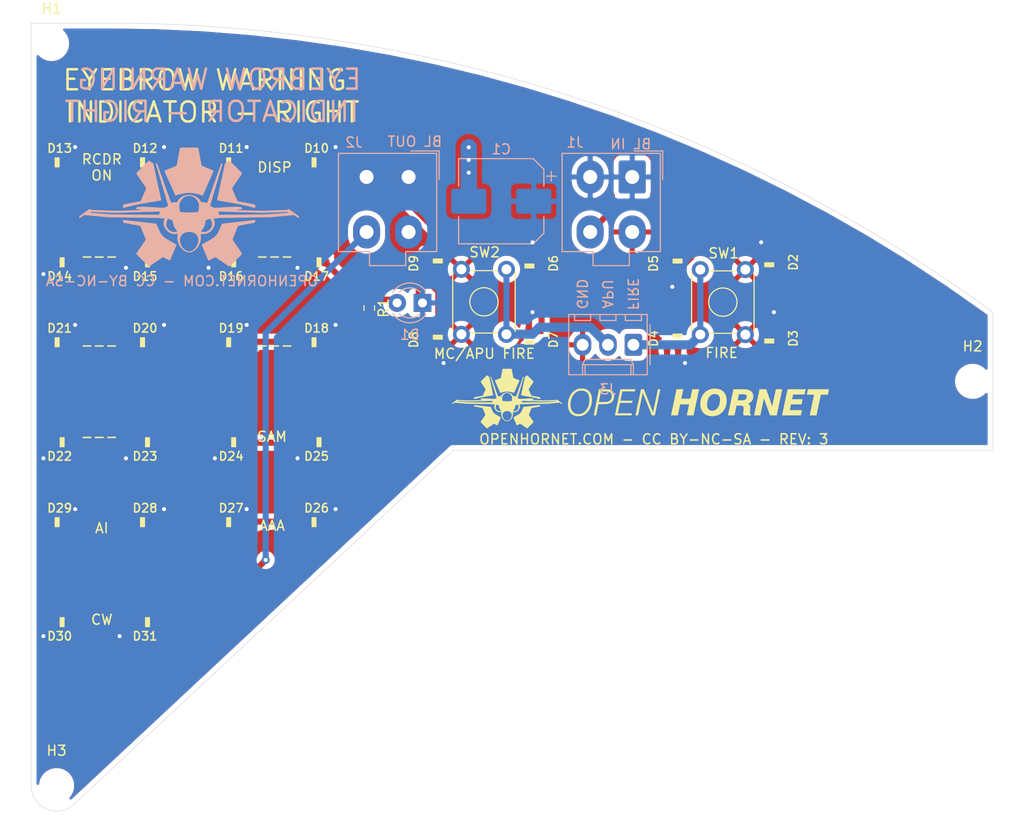
<source format=kicad_pcb>
(kicad_pcb (version 20171130) (host pcbnew "(5.1.9)-1")
  (layers (0 F.Cu signal) (31 B.Cu signal) (34 B.Paste user) (35 F.Paste user) (36 B.SilkS user) (37 F.SilkS user) (38 B.Mask user) (39 F.Mask user) (44 Edge.Cuts user))
  (net 0 "")
  (net 1 GND)
  (net 2 +5V)
  (net 3 "Net-(D1-Pad2)")
  (net 4 /DIN)
  (net 5 "Net-(D2-Pad1)")
  (net 6 "Net-(D3-Pad1)")
  (net 7 "Net-(D4-Pad1)")
  (net 8 "Net-(D5-Pad1)")
  (net 9 "Net-(D6-Pad1)")
  (net 10 "Net-(D7-Pad1)")
  (net 11 "Net-(D8-Pad1)")
  (net 12 /DOUT1)
  (net 13 "Net-(D10-Pad1)")
  (net 14 "Net-(D11-Pad1)")
  (net 15 "Net-(D12-Pad1)")
  (net 16 "Net-(D13-Pad1)")
  (net 17 "Net-(D14-Pad1)")
  (net 18 "Net-(D15-Pad1)")
  (net 19 "Net-(D16-Pad1)")
  (net 20 /DOUT2)
  (net 21 "Net-(D18-Pad1)")
  (net 22 "Net-(D19-Pad1)")
  (net 23 "Net-(D20-Pad1)")
  (net 24 "Net-(D21-Pad1)")
  (net 25 "Net-(D22-Pad1)")
  (net 26 "Net-(D23-Pad1)")
  (net 27 "Net-(D24-Pad1)")
  (net 28 /DOUT3)
  (net 29 "Net-(D26-Pad1)")
  (net 30 "Net-(D27-Pad1)")
  (net 31 "Net-(D28-Pad1)")
  (net 32 "Net-(D29-Pad1)")
  (net 33 "Net-(D30-Pad1)")
  (net 34 /DOUT)
  (net 35 /MC_SW)
  (net 36 /FIRE_SW)
  (module Button_Switch_THT:SW_TH_Tactile_Omron_B3F-10xx (layer F.Cu) (at 148.842849 82.075596 270)
    (fp_text reference SW2 (at -1.7018 2.1844 180) (layer F.SilkS))
    (fp_text value "MC/APU FIRE" (at 8.4328 2.2098 180) (layer F.SilkS))
    (pad 1 thru_hole circle (at 0 0 270) (size 1.7 1.7) (drill 1) (layers *.Cu *.Mask) (net 35 /MC_SW))
    (pad 2 thru_hole circle (at 6.5 0 270) (size 1.7 1.7) (drill 1) (layers *.Cu *.Mask) (net 35 /MC_SW))
    (pad 3 thru_hole circle (at 0 4.5 270) (size 1.7 1.7) (drill 1) (layers *.Cu *.Mask) (net 1 GND))
    (pad 4 thru_hole circle (at 6.5 4.5 270) (size 1.7 1.7) (drill 1) (layers *.Cu *.Mask) (net 1 GND))
  )
  (module Button_Switch_THT:SW_TH_Tactile_Omron_B3F-10xx (layer F.Cu) (at 168.223049 88.603396 90)
    (fp_text reference SW1 (at 8.128 2.3368 180) (layer F.SilkS))
    (fp_text value FIRE (at -1.8288 2.1336 180) (layer F.SilkS))
    (pad 1 thru_hole circle (at 0 0 90) (size 1.7 1.7) (drill 1) (layers *.Cu *.Mask) (net 36 /FIRE_SW))
    (pad 2 thru_hole circle (at 6.5 0 90) (size 1.7 1.7) (drill 1) (layers *.Cu *.Mask) (net 36 /FIRE_SW))
    (pad 3 thru_hole circle (at 0 4.5 90) (size 1.7 1.7) (drill 1) (layers *.Cu *.Mask) (net 1 GND))
    (pad 4 thru_hole circle (at 6.5 4.5 90) (size 1.7 1.7) (drill 1) (layers *.Cu *.Mask) (net 1 GND))
  )
  (module "KiCAD Libraries:OH_LOGO_37.7mm_5.9mm" (layer F.Cu) (at 162.242499 94.998797)
    (fp_text reference G*** hide)
    (fp_text value LOGO hide)
  )
  (module "KiCAD Libraries:OH_LOGO_ONLY_22mm_12mm" (layer B.Cu) (at 117.157499 75.948797 180)
    (fp_text reference G*** hide)
    (fp_text value LOGO hide)
  )
  (module Resistor_SMD:R_0603_1608Metric (layer F.Cu) (at 135.12905 85.937195 270)
    (fp_text reference R1 (at 0 -1.43 90) (layer F.SilkS))
    (fp_text value R)
    (pad 2 smd roundrect (at 0.825 0 270) (size 0.8 0.95) (layers F.Cu F.Paste F.Mask) (net 1 GND))
    (pad 1 smd roundrect (at -0.825 0 270) (size 0.8 0.95) (layers F.Cu F.Paste F.Mask) (net 3 "Net-(D1-Pad2)"))
  )
  (module Connector_Molex:Molex_KK-254_AE-6410-03A_1x03_P2.54mm_Vertical (layer B.Cu) (at 161.5313 89.623143 180)
    (fp_text reference J3 (at 2.54 -4.445) (layer B.SilkS) (effects (justify mirror)))
    (fp_text value SW)
    (pad 3 thru_hole oval (at 5.08 0 180) (size 1.74 2.19) (drill 1.19) (layers *.Cu *.Mask) (net 1 GND))
    (pad 2 thru_hole oval (at 2.54 0 180) (size 1.74 2.19) (drill 1.19) (layers *.Cu *.Mask) (net 35 /MC_SW))
    (pad 1 thru_hole roundrect (at 0 0 180) (size 1.74 2.19) (drill 1.19) (layers *.Cu *.Mask) (roundrect_rratio 0.1436775862068966) (net 36 /FIRE_SW))
  )
  (module Connector_Molex:Molex_Mini-Fit_Jr_5566-04A_2x02_P4.20mm_Vertical (layer B.Cu) (at 139.0613 72.844144 180)
    (fp_text reference J2 (at 5.47 3.45) (layer B.SilkS) (effects (justify mirror)))
    (fp_text value "BL OUT" (at -0.626 3.541001) (layer B.SilkS) (effects (justify mirror)))
    (pad 4 thru_hole oval (at 4.2 -5.5 180) (size 2.7 3.3) (drill 1.4) (layers *.Cu *.Mask) (net 34 /DOUT))
    (pad 3 thru_hole oval (at 0 -5.5 180) (size 2.7 3.3) (drill 1.4) (layers *.Cu *.Mask) (net 1 GND))
    (pad 2 thru_hole oval (at 4.2 0 180) (size 2.7 3.3) (drill 1.4) (layers *.Cu *.Mask) (net 2 +5V))
    (pad 1 thru_hole roundrect (at 0 0 180) (size 2.7 3.3) (drill 1.4) (layers *.Cu *.Mask) (roundrect_rratio 0.09259296296296296) (net 2 +5V))
  )
  (module Connector_Molex:Molex_Mini-Fit_Jr_5566-04A_2x02_P4.20mm_Vertical (layer B.Cu) (at 161.4133 72.844144 180)
    (fp_text reference J1 (at 5.724 3.45) (layer B.SilkS) (effects (justify mirror)))
    (fp_text value "BL IN" (at 0.136 3.287001) (layer B.SilkS) (effects (justify mirror)))
    (pad 4 thru_hole oval (at 4.2 -5.5 180) (size 2.7 3.3) (drill 1.4) (layers *.Cu *.Mask) (net 4 /DIN))
    (pad 3 thru_hole oval (at 0 -5.5 180) (size 2.7 3.3) (drill 1.4) (layers *.Cu *.Mask) (net 1 GND))
    (pad 2 thru_hole oval (at 4.2 0 180) (size 2.7 3.3) (drill 1.4) (layers *.Cu *.Mask) (net 2 +5V))
    (pad 1 thru_hole roundrect (at 0 0 180) (size 2.7 3.3) (drill 1.4) (layers *.Cu *.Mask) (roundrect_rratio 0.09259296296296296) (net 2 +5V))
  )
  (module MountingHole:MountingHole_2.5mm (layer F.Cu) (at 103.873299 133.692144)
    (fp_text reference H3 (at 0 -3.5) (layer F.SilkS))
    (fp_text value MountingHole)
    (pad 1 np_thru_hole circle (at 0 0) (size 2.5 2.5) (drill 2.5) (layers *.Cu *.Mask))
  )
  (module MountingHole:MountingHole_2.5mm (layer F.Cu) (at 195.440298 93.273658)
    (fp_text reference H2 (at 0 -3.5) (layer F.SilkS))
    (fp_text value MountingHole)
    (pad 1 np_thru_hole circle (at 0 0) (size 2.5 2.5) (drill 2.5) (layers *.Cu *.Mask))
  )
  (module MountingHole:MountingHole_2.5mm (layer F.Cu) (at 103.365299 59.502298)
    (fp_text reference H1 (at 0 -3.5) (layer F.SilkS))
    (fp_text value MountingHole)
    (pad 1 np_thru_hole circle (at 0 0) (size 2.5 2.5) (drill 2.5) (layers *.Cu *.Mask))
  )
  (module KiCAD_Libraries:WS2812-2020 (layer F.Cu) (at 112.712499 116.842797)
    (fp_text reference D31 (at 0 1.905) (layer F.SilkS) (effects (font (size 0.85 0.85))))
    (fp_text value LED hide)
    (pad 4 smd rect (at -0.915 0.55) (size 0.7 0.7) (layers F.Cu F.Paste F.Mask) (net 2 +5V))
    (pad 3 smd rect (at -0.915 -0.55) (size 0.7 0.7) (layers F.Cu F.Paste F.Mask) (net 33 "Net-(D30-Pad1)"))
    (pad 2 smd rect (at 0.915 -0.55) (size 0.7 0.7) (layers F.Cu F.Paste F.Mask) (net 1 GND))
    (pad 1 smd rect (at 0.915 0.55) (size 0.7 0.7) (layers F.Cu F.Paste F.Mask) (net 34 /DOUT))
  )
  (module KiCAD_Libraries:WS2812-2020 (layer F.Cu) (at 104.178099 116.842797)
    (fp_text reference D30 (at 0 1.905) (layer F.SilkS) (effects (font (size 0.85 0.85))))
    (fp_text value LED hide)
    (pad 4 smd rect (at -0.915 0.55) (size 0.7 0.7) (layers F.Cu F.Paste F.Mask) (net 2 +5V))
    (pad 3 smd rect (at -0.915 -0.55) (size 0.7 0.7) (layers F.Cu F.Paste F.Mask) (net 32 "Net-(D29-Pad1)"))
    (pad 2 smd rect (at 0.915 -0.55) (size 0.7 0.7) (layers F.Cu F.Paste F.Mask) (net 1 GND))
    (pad 1 smd rect (at 0.915 0.55) (size 0.7 0.7) (layers F.Cu F.Paste F.Mask) (net 33 "Net-(D30-Pad1)"))
  )
  (module KiCAD_Libraries:WS2812-2020 (layer F.Cu) (at 104.178099 107.851197 180)
    (fp_text reference D29 (at 0 1.905) (layer F.SilkS) (effects (font (size 0.85 0.85))))
    (fp_text value LED hide)
    (pad 4 smd rect (at -0.915 0.55 180) (size 0.7 0.7) (layers F.Cu F.Paste F.Mask) (net 2 +5V))
    (pad 3 smd rect (at -0.915 -0.55 180) (size 0.7 0.7) (layers F.Cu F.Paste F.Mask) (net 31 "Net-(D28-Pad1)"))
    (pad 2 smd rect (at 0.915 -0.55 180) (size 0.7 0.7) (layers F.Cu F.Paste F.Mask) (net 1 GND))
    (pad 1 smd rect (at 0.915 0.55 180) (size 0.7 0.7) (layers F.Cu F.Paste F.Mask) (net 32 "Net-(D29-Pad1)"))
  )
  (module KiCAD_Libraries:WS2812-2020 (layer F.Cu) (at 112.712499 107.851197 180)
    (fp_text reference D28 (at 0 1.905) (layer F.SilkS) (effects (font (size 0.85 0.85))))
    (fp_text value LED hide)
    (pad 4 smd rect (at -0.915 0.55 180) (size 0.7 0.7) (layers F.Cu F.Paste F.Mask) (net 2 +5V))
    (pad 3 smd rect (at -0.915 -0.55 180) (size 0.7 0.7) (layers F.Cu F.Paste F.Mask) (net 30 "Net-(D27-Pad1)"))
    (pad 2 smd rect (at 0.915 -0.55 180) (size 0.7 0.7) (layers F.Cu F.Paste F.Mask) (net 1 GND))
    (pad 1 smd rect (at 0.915 0.55 180) (size 0.7 0.7) (layers F.Cu F.Paste F.Mask) (net 31 "Net-(D28-Pad1)"))
  )
  (module KiCAD_Libraries:WS2812-2020 (layer F.Cu) (at 121.323099 107.851197 180)
    (fp_text reference D27 (at 0 1.905) (layer F.SilkS) (effects (font (size 0.85 0.85))))
    (fp_text value LED hide)
    (pad 4 smd rect (at -0.915 0.55 180) (size 0.7 0.7) (layers F.Cu F.Paste F.Mask) (net 2 +5V))
    (pad 3 smd rect (at -0.915 -0.55 180) (size 0.7 0.7) (layers F.Cu F.Paste F.Mask) (net 29 "Net-(D26-Pad1)"))
    (pad 2 smd rect (at 0.915 -0.55 180) (size 0.7 0.7) (layers F.Cu F.Paste F.Mask) (net 1 GND))
    (pad 1 smd rect (at 0.915 0.55 180) (size 0.7 0.7) (layers F.Cu F.Paste F.Mask) (net 30 "Net-(D27-Pad1)"))
  )
  (module KiCAD_Libraries:WS2812-2020 (layer F.Cu) (at 129.857499 107.851197 180)
    (fp_text reference D26 (at 0 1.905) (layer F.SilkS) (effects (font (size 0.85 0.85))))
    (fp_text value LED hide)
    (pad 4 smd rect (at -0.915 0.55 180) (size 0.7 0.7) (layers F.Cu F.Paste F.Mask) (net 2 +5V))
    (pad 3 smd rect (at -0.915 -0.55 180) (size 0.7 0.7) (layers F.Cu F.Paste F.Mask) (net 28 /DOUT3))
    (pad 2 smd rect (at 0.915 -0.55 180) (size 0.7 0.7) (layers F.Cu F.Paste F.Mask) (net 1 GND))
    (pad 1 smd rect (at 0.915 0.55 180) (size 0.7 0.7) (layers F.Cu F.Paste F.Mask) (net 29 "Net-(D26-Pad1)"))
  )
  (module KiCAD_Libraries:WS2812-2020 (layer F.Cu) (at 129.857499 98.859597)
    (fp_text reference D25 (at 0 1.905) (layer F.SilkS) (effects (font (size 0.85 0.85))))
    (fp_text value LED hide)
    (pad 4 smd rect (at -0.915 0.55) (size 0.7 0.7) (layers F.Cu F.Paste F.Mask) (net 2 +5V))
    (pad 3 smd rect (at -0.915 -0.55) (size 0.7 0.7) (layers F.Cu F.Paste F.Mask) (net 27 "Net-(D24-Pad1)"))
    (pad 2 smd rect (at 0.915 -0.55) (size 0.7 0.7) (layers F.Cu F.Paste F.Mask) (net 1 GND))
    (pad 1 smd rect (at 0.915 0.55) (size 0.7 0.7) (layers F.Cu F.Paste F.Mask) (net 28 /DOUT3))
  )
  (module KiCAD_Libraries:WS2812-2020 (layer F.Cu) (at 121.323099 98.859597)
    (fp_text reference D24 (at 0 1.905) (layer F.SilkS) (effects (font (size 0.85 0.85))))
    (fp_text value LED hide)
    (pad 4 smd rect (at -0.915 0.55) (size 0.7 0.7) (layers F.Cu F.Paste F.Mask) (net 2 +5V))
    (pad 3 smd rect (at -0.915 -0.55) (size 0.7 0.7) (layers F.Cu F.Paste F.Mask) (net 26 "Net-(D23-Pad1)"))
    (pad 2 smd rect (at 0.915 -0.55) (size 0.7 0.7) (layers F.Cu F.Paste F.Mask) (net 1 GND))
    (pad 1 smd rect (at 0.915 0.55) (size 0.7 0.7) (layers F.Cu F.Paste F.Mask) (net 27 "Net-(D24-Pad1)"))
  )
  (module KiCAD_Libraries:WS2812-2020 (layer F.Cu) (at 112.712499 98.859597)
    (fp_text reference D23 (at 0 1.905) (layer F.SilkS) (effects (font (size 0.85 0.85))))
    (fp_text value LED hide)
    (pad 4 smd rect (at -0.915 0.55) (size 0.7 0.7) (layers F.Cu F.Paste F.Mask) (net 2 +5V))
    (pad 3 smd rect (at -0.915 -0.55) (size 0.7 0.7) (layers F.Cu F.Paste F.Mask) (net 25 "Net-(D22-Pad1)"))
    (pad 2 smd rect (at 0.915 -0.55) (size 0.7 0.7) (layers F.Cu F.Paste F.Mask) (net 1 GND))
    (pad 1 smd rect (at 0.915 0.55) (size 0.7 0.7) (layers F.Cu F.Paste F.Mask) (net 26 "Net-(D23-Pad1)"))
  )
  (module KiCAD_Libraries:WS2812-2020 (layer F.Cu) (at 104.178099 98.859597)
    (fp_text reference D22 (at 0 1.905) (layer F.SilkS) (effects (font (size 0.85 0.85))))
    (fp_text value LED hide)
    (pad 4 smd rect (at -0.915 0.55) (size 0.7 0.7) (layers F.Cu F.Paste F.Mask) (net 2 +5V))
    (pad 3 smd rect (at -0.915 -0.55) (size 0.7 0.7) (layers F.Cu F.Paste F.Mask) (net 24 "Net-(D21-Pad1)"))
    (pad 2 smd rect (at 0.915 -0.55) (size 0.7 0.7) (layers F.Cu F.Paste F.Mask) (net 1 GND))
    (pad 1 smd rect (at 0.915 0.55) (size 0.7 0.7) (layers F.Cu F.Paste F.Mask) (net 25 "Net-(D22-Pad1)"))
  )
  (module KiCAD_Libraries:WS2812-2020 (layer F.Cu) (at 104.178099 89.867997 180)
    (fp_text reference D21 (at 0 1.905) (layer F.SilkS) (effects (font (size 0.85 0.85))))
    (fp_text value LED hide)
    (pad 4 smd rect (at -0.915 0.55 180) (size 0.7 0.7) (layers F.Cu F.Paste F.Mask) (net 2 +5V))
    (pad 3 smd rect (at -0.915 -0.55 180) (size 0.7 0.7) (layers F.Cu F.Paste F.Mask) (net 23 "Net-(D20-Pad1)"))
    (pad 2 smd rect (at 0.915 -0.55 180) (size 0.7 0.7) (layers F.Cu F.Paste F.Mask) (net 1 GND))
    (pad 1 smd rect (at 0.915 0.55 180) (size 0.7 0.7) (layers F.Cu F.Paste F.Mask) (net 24 "Net-(D21-Pad1)"))
  )
  (module KiCAD_Libraries:WS2812-2020 (layer F.Cu) (at 112.712499 89.867997 180)
    (fp_text reference D20 (at 0 1.905) (layer F.SilkS) (effects (font (size 0.85 0.85))))
    (fp_text value LED hide)
    (pad 4 smd rect (at -0.915 0.55 180) (size 0.7 0.7) (layers F.Cu F.Paste F.Mask) (net 2 +5V))
    (pad 3 smd rect (at -0.915 -0.55 180) (size 0.7 0.7) (layers F.Cu F.Paste F.Mask) (net 22 "Net-(D19-Pad1)"))
    (pad 2 smd rect (at 0.915 -0.55 180) (size 0.7 0.7) (layers F.Cu F.Paste F.Mask) (net 1 GND))
    (pad 1 smd rect (at 0.915 0.55 180) (size 0.7 0.7) (layers F.Cu F.Paste F.Mask) (net 23 "Net-(D20-Pad1)"))
  )
  (module KiCAD_Libraries:WS2812-2020 (layer F.Cu) (at 121.323099 89.867997 180)
    (fp_text reference D19 (at 0 1.905) (layer F.SilkS) (effects (font (size 0.85 0.85))))
    (fp_text value LED hide)
    (pad 4 smd rect (at -0.915 0.55 180) (size 0.7 0.7) (layers F.Cu F.Paste F.Mask) (net 2 +5V))
    (pad 3 smd rect (at -0.915 -0.55 180) (size 0.7 0.7) (layers F.Cu F.Paste F.Mask) (net 21 "Net-(D18-Pad1)"))
    (pad 2 smd rect (at 0.915 -0.55 180) (size 0.7 0.7) (layers F.Cu F.Paste F.Mask) (net 1 GND))
    (pad 1 smd rect (at 0.915 0.55 180) (size 0.7 0.7) (layers F.Cu F.Paste F.Mask) (net 22 "Net-(D19-Pad1)"))
  )
  (module KiCAD_Libraries:WS2812-2020 (layer F.Cu) (at 129.857499 89.867997 180)
    (fp_text reference D18 (at 0 1.905) (layer F.SilkS) (effects (font (size 0.85 0.85))))
    (fp_text value LED hide)
    (pad 4 smd rect (at -0.915 0.55 180) (size 0.7 0.7) (layers F.Cu F.Paste F.Mask) (net 2 +5V))
    (pad 3 smd rect (at -0.915 -0.55 180) (size 0.7 0.7) (layers F.Cu F.Paste F.Mask) (net 20 /DOUT2))
    (pad 2 smd rect (at 0.915 -0.55 180) (size 0.7 0.7) (layers F.Cu F.Paste F.Mask) (net 1 GND))
    (pad 1 smd rect (at 0.915 0.55 180) (size 0.7 0.7) (layers F.Cu F.Paste F.Mask) (net 21 "Net-(D18-Pad1)"))
  )
  (module KiCAD_Libraries:WS2812-2020 (layer F.Cu) (at 129.857499 80.876398)
    (fp_text reference D17 (at 0 1.905) (layer F.SilkS) (effects (font (size 0.85 0.85))))
    (fp_text value LED hide)
    (pad 4 smd rect (at -0.915 0.55) (size 0.7 0.7) (layers F.Cu F.Paste F.Mask) (net 2 +5V))
    (pad 3 smd rect (at -0.915 -0.55) (size 0.7 0.7) (layers F.Cu F.Paste F.Mask) (net 19 "Net-(D16-Pad1)"))
    (pad 2 smd rect (at 0.915 -0.55) (size 0.7 0.7) (layers F.Cu F.Paste F.Mask) (net 1 GND))
    (pad 1 smd rect (at 0.915 0.55) (size 0.7 0.7) (layers F.Cu F.Paste F.Mask) (net 20 /DOUT2))
  )
  (module KiCAD_Libraries:WS2812-2020 (layer F.Cu) (at 121.323099 80.876398)
    (fp_text reference D16 (at 0 1.905) (layer F.SilkS) (effects (font (size 0.85 0.85))))
    (fp_text value LED hide)
    (pad 4 smd rect (at -0.915 0.55) (size 0.7 0.7) (layers F.Cu F.Paste F.Mask) (net 2 +5V))
    (pad 3 smd rect (at -0.915 -0.55) (size 0.7 0.7) (layers F.Cu F.Paste F.Mask) (net 18 "Net-(D15-Pad1)"))
    (pad 2 smd rect (at 0.915 -0.55) (size 0.7 0.7) (layers F.Cu F.Paste F.Mask) (net 1 GND))
    (pad 1 smd rect (at 0.915 0.55) (size 0.7 0.7) (layers F.Cu F.Paste F.Mask) (net 19 "Net-(D16-Pad1)"))
  )
  (module KiCAD_Libraries:WS2812-2020 (layer F.Cu) (at 112.712499 80.876398)
    (fp_text reference D15 (at 0 1.905) (layer F.SilkS) (effects (font (size 0.85 0.85))))
    (fp_text value LED hide)
    (pad 4 smd rect (at -0.915 0.55) (size 0.7 0.7) (layers F.Cu F.Paste F.Mask) (net 2 +5V))
    (pad 3 smd rect (at -0.915 -0.55) (size 0.7 0.7) (layers F.Cu F.Paste F.Mask) (net 17 "Net-(D14-Pad1)"))
    (pad 2 smd rect (at 0.915 -0.55) (size 0.7 0.7) (layers F.Cu F.Paste F.Mask) (net 1 GND))
    (pad 1 smd rect (at 0.915 0.55) (size 0.7 0.7) (layers F.Cu F.Paste F.Mask) (net 18 "Net-(D15-Pad1)"))
  )
  (module KiCAD_Libraries:WS2812-2020 (layer F.Cu) (at 104.178099 80.876398)
    (fp_text reference D14 (at 0 1.905) (layer F.SilkS) (effects (font (size 0.85 0.85))))
    (fp_text value LED hide)
    (pad 4 smd rect (at -0.915 0.55) (size 0.7 0.7) (layers F.Cu F.Paste F.Mask) (net 2 +5V))
    (pad 3 smd rect (at -0.915 -0.55) (size 0.7 0.7) (layers F.Cu F.Paste F.Mask) (net 16 "Net-(D13-Pad1)"))
    (pad 2 smd rect (at 0.915 -0.55) (size 0.7 0.7) (layers F.Cu F.Paste F.Mask) (net 1 GND))
    (pad 1 smd rect (at 0.915 0.55) (size 0.7 0.7) (layers F.Cu F.Paste F.Mask) (net 17 "Net-(D14-Pad1)"))
  )
  (module KiCAD_Libraries:WS2812-2020 (layer F.Cu) (at 104.178099 71.884798 180)
    (fp_text reference D13 (at 0 1.905) (layer F.SilkS) (effects (font (size 0.85 0.85))))
    (fp_text value LED hide)
    (pad 4 smd rect (at -0.915 0.55 180) (size 0.7 0.7) (layers F.Cu F.Paste F.Mask) (net 2 +5V))
    (pad 3 smd rect (at -0.915 -0.55 180) (size 0.7 0.7) (layers F.Cu F.Paste F.Mask) (net 15 "Net-(D12-Pad1)"))
    (pad 2 smd rect (at 0.915 -0.55 180) (size 0.7 0.7) (layers F.Cu F.Paste F.Mask) (net 1 GND))
    (pad 1 smd rect (at 0.915 0.55 180) (size 0.7 0.7) (layers F.Cu F.Paste F.Mask) (net 16 "Net-(D13-Pad1)"))
  )
  (module KiCAD_Libraries:WS2812-2020 (layer F.Cu) (at 112.712499 71.884798 180)
    (fp_text reference D12 (at 0 1.905) (layer F.SilkS) (effects (font (size 0.85 0.85))))
    (fp_text value LED hide)
    (pad 4 smd rect (at -0.915 0.55 180) (size 0.7 0.7) (layers F.Cu F.Paste F.Mask) (net 2 +5V))
    (pad 3 smd rect (at -0.915 -0.55 180) (size 0.7 0.7) (layers F.Cu F.Paste F.Mask) (net 14 "Net-(D11-Pad1)"))
    (pad 2 smd rect (at 0.915 -0.55 180) (size 0.7 0.7) (layers F.Cu F.Paste F.Mask) (net 1 GND))
    (pad 1 smd rect (at 0.915 0.55 180) (size 0.7 0.7) (layers F.Cu F.Paste F.Mask) (net 15 "Net-(D12-Pad1)"))
  )
  (module KiCAD_Libraries:WS2812-2020 (layer F.Cu) (at 121.323099 71.884797 180)
    (fp_text reference D11 (at 0 1.905) (layer F.SilkS) (effects (font (size 0.85 0.85))))
    (fp_text value LED hide)
    (pad 4 smd rect (at -0.915 0.55 180) (size 0.7 0.7) (layers F.Cu F.Paste F.Mask) (net 2 +5V))
    (pad 3 smd rect (at -0.915 -0.55 180) (size 0.7 0.7) (layers F.Cu F.Paste F.Mask) (net 13 "Net-(D10-Pad1)"))
    (pad 2 smd rect (at 0.915 -0.55 180) (size 0.7 0.7) (layers F.Cu F.Paste F.Mask) (net 1 GND))
    (pad 1 smd rect (at 0.915 0.55 180) (size 0.7 0.7) (layers F.Cu F.Paste F.Mask) (net 14 "Net-(D11-Pad1)"))
  )
  (module KiCAD_Libraries:WS2812-2020 (layer F.Cu) (at 129.857499 71.884797 180)
    (fp_text reference D10 (at 0 1.905) (layer F.SilkS) (effects (font (size 0.85 0.85))))
    (fp_text value LED hide)
    (pad 4 smd rect (at -0.915 0.55 180) (size 0.7 0.7) (layers F.Cu F.Paste F.Mask) (net 2 +5V))
    (pad 3 smd rect (at -0.915 -0.55 180) (size 0.7 0.7) (layers F.Cu F.Paste F.Mask) (net 12 /DOUT1))
    (pad 2 smd rect (at 0.915 -0.55 180) (size 0.7 0.7) (layers F.Cu F.Paste F.Mask) (net 1 GND))
    (pad 1 smd rect (at 0.915 0.55 180) (size 0.7 0.7) (layers F.Cu F.Paste F.Mask) (net 13 "Net-(D10-Pad1)"))
  )
  (module KiCAD_Libraries:WS2812-2020 (layer F.Cu) (at 141.47905 81.492195 90)
    (fp_text reference D9 (at 0 -1.905 90) (layer F.SilkS) (effects (font (size 0.85 0.85))))
    (fp_text value LED hide)
    (pad 4 smd rect (at -0.915 0.55 90) (size 0.7 0.7) (layers F.Cu F.Paste F.Mask) (net 2 +5V))
    (pad 3 smd rect (at -0.915 -0.55 90) (size 0.7 0.7) (layers F.Cu F.Paste F.Mask) (net 11 "Net-(D8-Pad1)"))
    (pad 2 smd rect (at 0.915 -0.55 90) (size 0.7 0.7) (layers F.Cu F.Paste F.Mask) (net 1 GND))
    (pad 1 smd rect (at 0.915 0.55 90) (size 0.7 0.7) (layers F.Cu F.Paste F.Mask) (net 12 /DOUT1))
  )
  (module KiCAD_Libraries:WS2812-2020 (layer F.Cu) (at 141.47905 89.112195 90)
    (fp_text reference D8 (at 0 -1.905 90) (layer F.SilkS) (effects (font (size 0.85 0.85))))
    (fp_text value LED hide)
    (pad 4 smd rect (at -0.915 0.55 90) (size 0.7 0.7) (layers F.Cu F.Paste F.Mask) (net 2 +5V))
    (pad 3 smd rect (at -0.915 -0.55 90) (size 0.7 0.7) (layers F.Cu F.Paste F.Mask) (net 10 "Net-(D7-Pad1)"))
    (pad 2 smd rect (at 0.915 -0.55 90) (size 0.7 0.7) (layers F.Cu F.Paste F.Mask) (net 1 GND))
    (pad 1 smd rect (at 0.915 0.55 90) (size 0.7 0.7) (layers F.Cu F.Paste F.Mask) (net 11 "Net-(D8-Pad1)"))
  )
  (module KiCAD_Libraries:WS2812-2020 (layer F.Cu) (at 151.63905 89.112195 270)
    (fp_text reference D7 (at 0 -1.905 90) (layer F.SilkS) (effects (font (size 0.85 0.85))))
    (fp_text value LED hide)
    (pad 4 smd rect (at -0.915 0.55 270) (size 0.7 0.7) (layers F.Cu F.Paste F.Mask) (net 2 +5V))
    (pad 3 smd rect (at -0.915 -0.55 270) (size 0.7 0.7) (layers F.Cu F.Paste F.Mask) (net 9 "Net-(D6-Pad1)"))
    (pad 2 smd rect (at 0.915 -0.55 270) (size 0.7 0.7) (layers F.Cu F.Paste F.Mask) (net 1 GND))
    (pad 1 smd rect (at 0.915 0.55 270) (size 0.7 0.7) (layers F.Cu F.Paste F.Mask) (net 10 "Net-(D7-Pad1)"))
  )
  (module KiCAD_Libraries:WS2812-2020 (layer F.Cu) (at 151.63905 81.492195 270)
    (fp_text reference D6 (at 0 -1.905 90) (layer F.SilkS) (effects (font (size 0.85 0.85))))
    (fp_text value LED hide)
    (pad 4 smd rect (at -0.915 0.55 270) (size 0.7 0.7) (layers F.Cu F.Paste F.Mask) (net 2 +5V))
    (pad 3 smd rect (at -0.915 -0.55 270) (size 0.7 0.7) (layers F.Cu F.Paste F.Mask) (net 8 "Net-(D5-Pad1)"))
    (pad 2 smd rect (at 0.915 -0.55 270) (size 0.7 0.7) (layers F.Cu F.Paste F.Mask) (net 1 GND))
    (pad 1 smd rect (at 0.915 0.55 270) (size 0.7 0.7) (layers F.Cu F.Paste F.Mask) (net 9 "Net-(D6-Pad1)"))
  )
  (module KiCAD_Libraries:WS2812-2020 (layer F.Cu) (at 165.44905 81.502195 90)
    (fp_text reference D5 (at 0 -1.905 90) (layer F.SilkS) (effects (font (size 0.85 0.85))))
    (fp_text value LED hide)
    (pad 4 smd rect (at -0.915 0.55 90) (size 0.7 0.7) (layers F.Cu F.Paste F.Mask) (net 2 +5V))
    (pad 3 smd rect (at -0.915 -0.55 90) (size 0.7 0.7) (layers F.Cu F.Paste F.Mask) (net 7 "Net-(D4-Pad1)"))
    (pad 2 smd rect (at 0.915 -0.55 90) (size 0.7 0.7) (layers F.Cu F.Paste F.Mask) (net 1 GND))
    (pad 1 smd rect (at 0.915 0.55 90) (size 0.7 0.7) (layers F.Cu F.Paste F.Mask) (net 8 "Net-(D5-Pad1)"))
  )
  (module KiCAD_Libraries:WS2812-2020 (layer F.Cu) (at 165.449049 88.992139 90)
    (fp_text reference D4 (at 0 -1.904999 90) (layer F.SilkS) (effects (font (size 0.85 0.85))))
    (fp_text value LED hide)
    (pad 4 smd rect (at -0.915 0.55 90) (size 0.7 0.7) (layers F.Cu F.Paste F.Mask) (net 2 +5V))
    (pad 3 smd rect (at -0.915 -0.55 90) (size 0.7 0.7) (layers F.Cu F.Paste F.Mask) (net 6 "Net-(D3-Pad1)"))
    (pad 2 smd rect (at 0.915 -0.55 90) (size 0.7 0.7) (layers F.Cu F.Paste F.Mask) (net 1 GND))
    (pad 1 smd rect (at 0.915 0.55 90) (size 0.7 0.7) (layers F.Cu F.Paste F.Mask) (net 7 "Net-(D4-Pad1)"))
  )
  (module KiCAD_Libraries:WS2812-2020 (layer F.Cu) (at 175.609049 88.992139 270)
    (fp_text reference D3 (at 0 -1.905001 90) (layer F.SilkS) (effects (font (size 0.85 0.85))))
    (fp_text value LED hide)
    (pad 4 smd rect (at -0.915 0.55 270) (size 0.7 0.7) (layers F.Cu F.Paste F.Mask) (net 2 +5V))
    (pad 3 smd rect (at -0.915 -0.55 270) (size 0.7 0.7) (layers F.Cu F.Paste F.Mask) (net 5 "Net-(D2-Pad1)"))
    (pad 2 smd rect (at 0.915 -0.55 270) (size 0.7 0.7) (layers F.Cu F.Paste F.Mask) (net 1 GND))
    (pad 1 smd rect (at 0.915 0.55 270) (size 0.7 0.7) (layers F.Cu F.Paste F.Mask) (net 6 "Net-(D3-Pad1)"))
  )
  (module KiCAD_Libraries:WS2812-2020 (layer F.Cu) (at 175.609049 81.372139 270)
    (fp_text reference D2 (at 0 -1.905001 90) (layer F.SilkS) (effects (font (size 0.85 0.85))))
    (fp_text value LED hide)
    (pad 4 smd rect (at -0.915 0.55 270) (size 0.7 0.7) (layers F.Cu F.Paste F.Mask) (net 2 +5V))
    (pad 3 smd rect (at -0.915 -0.55 270) (size 0.7 0.7) (layers F.Cu F.Paste F.Mask) (net 4 /DIN))
    (pad 2 smd rect (at 0.915 -0.55 270) (size 0.7 0.7) (layers F.Cu F.Paste F.Mask) (net 1 GND))
    (pad 1 smd rect (at 0.915 0.55 270) (size 0.7 0.7) (layers F.Cu F.Paste F.Mask) (net 5 "Net-(D2-Pad1)"))
  )
  (module LED_THT:LED_D3.0mm (layer B.Cu) (at 140.4493 85.432143 180)
    (fp_text reference D1 (at 1.27 -3.175) (layer B.SilkS) (effects (justify mirror)))
    (fp_text value PWR)
    (pad 2 thru_hole circle (at 2.54 0 180) (size 1.8 1.8) (drill 0.9) (layers *.Cu *.Mask) (net 3 "Net-(D1-Pad2)"))
    (pad 1 thru_hole rect (at 0 0 180) (size 1.8 1.8) (drill 0.9) (layers *.Cu *.Mask) (net 2 +5V))
  )
  (module Capacitor_SMD:CP_Elec_8x10 (layer B.Cu) (at 148.3233 75.272144 180)
    (fp_text reference C1 (at 0 5.2) (layer B.SilkS) (effects (justify mirror)))
    (fp_text value "1000 nF")
    (pad 2 smd roundrect (at 3.25 0 180) (size 3.5 2.5) (layers B.Cu B.Paste B.Mask) (roundrect_rratio 0.1) (net 1 GND))
    (pad 1 smd roundrect (at -3.25 0 180) (size 3.5 2.5) (layers B.Cu B.Paste B.Mask) (roundrect_rratio 0.1) (net 2 +5V))
  )
  (gr_text CW (at 108.394499 117.096797) (layer F.SilkS) (effects (font (size 1 1))))
  (gr_text AAA (at 125.412499 107.698797) (layer F.SilkS) (effects (font (size 1 1))))
  (gr_text AI (at 108.394499 107.952797) (layer F.SilkS) (effects (font (size 1 1))))
  (gr_text SAM (at 125.412499 98.808797) (layer F.SilkS) (effects (font (size 1 1))))
  (gr_text --- (at 108.140499 98.808797) (layer F.SilkS) (effects (font (size 1 1))))
  (gr_text --- (at 125.666499 89.664797) (layer F.SilkS) (effects (font (size 1 1))))
  (gr_text --- (at 108.140499 89.664797) (layer F.SilkS) (effects (font (size 1 1))))
  (gr_text --- (at 125.666499 80.774797) (layer F.SilkS) (effects (font (size 1 1))))
  (gr_text --- (at 108.140499 80.774797) (layer F.SilkS) (effects (font (size 1 1))))
  (gr_text DISP (at 125.666499 71.884797) (layer F.SilkS) (effects (font (size 1 1))))
  (gr_text "RCDR\nON" (at 108.394499 71.884797) (layer F.SilkS) (effects (font (size 1 1))))
  (gr_text "EYEBROW WARNING \nINDICATOR - RIGHT" (at 119.443499 64.772797) (layer F.SilkS) (effects (font (size 2 2) (thickness 0.25))))
  (gr_text "OPENHORNET.COM - CC BY-NC-SA - REV: 3" (at 163.575999 99.062797) (layer F.SilkS) (effects (font (size 1 1))))
  (gr_text "OPENHORNET.COM - CC BY-NC-SA" (at 116.395499 83.251297) (layer B.SilkS) (effects (font (size 1 1)) (justify mirror)))
  (gr_text "EYEBROW WARNING \nINDICATOR - RIGHT" (at 119.379999 64.709297) (layer B.SilkS) (effects (font (size 2 2) (thickness 0.25)) (justify mirror)))
  (gr_line (start 101.333299 57.470297) (end 109.207299 57.470297) (layer Edge.Cuts) (width 0.05))
  (gr_text FIRE (at 161.4678 84.543143 -90) (layer B.SilkS) (effects (font (size 1 1)) (justify mirror)))
  (gr_text APU (at 158.9278 84.543143 -90) (layer B.SilkS) (effects (font (size 1 1)) (justify mirror)))
  (gr_text GND (at 156.3878 84.543143 270) (layer B.SilkS) (effects (font (size 1 1)) (justify mirror)))
  (gr_arc (start 109.207299 206.695296) (end 197.472298 86.373269) (angle -36.2627691) (layer Edge.Cuts) (width 0.05))
  (gr_line (start 197.472298 86.373269) (end 197.472298 100.174047) (layer Edge.Cuts) (width 0.05))
  (gr_line (start 143.516021 100.174047) (end 105.606195 135.549204) (layer Edge.Cuts) (width 0.05))
  (gr_line (start 197.472298 100.174047) (end 143.516021 100.174047) (layer Edge.Cuts) (width 0.05))
  (gr_line (start 101.333299 133.692144) (end 101.333299 57.470297) (layer Edge.Cuts) (width 0.05))
  (gr_arc (start 103.873299 133.692144) (end 101.333299 133.692144) (angle -133.0191311) (layer Edge.Cuts) (width 0.05))
  (segment (start 164.89905 80.587195) (end 164.89905 81.399348) (width 0.6096) (layer F.Cu) (net 1))
  (segment (start 166.752891 81.441996) (end 167.322499 80.872388) (width 0.6096) (layer F.Cu) (net 1))
  (segment (start 164.941698 81.441996) (end 166.752891 81.441996) (width 0.6096) (layer F.Cu) (net 1))
  (segment (start 164.89905 81.399348) (end 164.941698 81.441996) (width 0.6096) (layer F.Cu) (net 1))
  (segment (start 167.322499 80.872388) (end 167.322499 80.012797) (width 0.6096) (layer F.Cu) (net 1))
  (segment (start 145.0733 75.272144) (end 145.0733 72.416996) (width 1.6256) (layer B.Cu) (net 1))
  (segment (start 145.0733 69.876996) (end 145.0733 69.876996) (width 1.6256) (layer B.Cu) (net 1))
  (via (at 145.0733 69.876996) (size 0.8) (drill 0.4) (layers F.Cu B.Cu) (net 1))
  (segment (start 145.0733 71.146996) (end 145.0733 69.876996) (width 1.6256) (layer B.Cu) (net 1))
  (via (at 145.0733 71.146996) (size 0.8) (drill 0.4) (layers F.Cu B.Cu) (net 1))
  (segment (start 145.0733 72.416996) (end 145.0733 71.146996) (width 1.6256) (layer B.Cu) (net 1))
  (via (at 145.0733 72.416996) (size 0.8) (drill 0.4) (layers F.Cu B.Cu) (net 1))
  (segment (start 103.263099 72.434798) (end 103.263099 73.103397) (width 0.6096) (layer F.Cu) (net 1))
  (segment (start 103.263099 73.103397) (end 103.822499 73.662797) (width 0.6096) (layer F.Cu) (net 1))
  (segment (start 103.263099 90.417997) (end 103.263099 90.883397) (width 0.6096) (layer F.Cu) (net 1))
  (segment (start 103.263099 90.883397) (end 104.457499 92.077797) (width 0.6096) (layer F.Cu) (net 1))
  (segment (start 103.263099 108.401197) (end 103.263099 109.298397) (width 0.6096) (layer F.Cu) (net 1))
  (segment (start 103.263099 109.298397) (end 104.457499 110.492797) (width 0.6096) (layer F.Cu) (net 1))
  (segment (start 121.2629 108.055038) (end 121.2629 105.073198) (width 0.6096) (layer F.Cu) (net 1))
  (segment (start 120.916741 108.401197) (end 121.2629 108.055038) (width 0.6096) (layer F.Cu) (net 1))
  (segment (start 120.408099 108.401197) (end 120.916741 108.401197) (width 0.6096) (layer F.Cu) (net 1))
  (segment (start 121.2629 105.073198) (end 120.967499 104.777797) (width 0.6096) (layer F.Cu) (net 1))
  (segment (start 121.383298 98.655756) (end 121.383298 100.748596) (width 0.6096) (layer F.Cu) (net 1))
  (segment (start 121.729457 98.309597) (end 121.383298 98.655756) (width 0.6096) (layer F.Cu) (net 1))
  (segment (start 122.238099 98.309597) (end 121.729457 98.309597) (width 0.6096) (layer F.Cu) (net 1))
  (segment (start 121.383298 100.748596) (end 121.602499 100.967797) (width 0.6096) (layer F.Cu) (net 1))
  (segment (start 121.2629 90.071838) (end 121.2629 86.023198) (width 0.6096) (layer F.Cu) (net 1))
  (segment (start 120.916741 90.417997) (end 121.2629 90.071838) (width 0.6096) (layer F.Cu) (net 1))
  (segment (start 120.408099 90.417997) (end 120.916741 90.417997) (width 0.6096) (layer F.Cu) (net 1))
  (segment (start 121.2629 86.023198) (end 120.967499 85.727797) (width 0.6096) (layer F.Cu) (net 1))
  (segment (start 140.074249 85.057092) (end 140.4493 85.432143) (width 0.6096) (layer F.Cu) (net 2))
  (segment (start 140.074249 81.653354) (end 140.074249 85.057092) (width 0.6096) (layer F.Cu) (net 2))
  (segment (start 140.175209 81.552394) (end 140.074249 81.653354) (width 0.6096) (layer F.Cu) (net 2))
  (segment (start 141.682891 81.552394) (end 140.175209 81.552394) (width 0.6096) (layer F.Cu) (net 2))
  (segment (start 142.02905 81.898553) (end 141.682891 81.552394) (width 0.6096) (layer F.Cu) (net 2))
  (segment (start 142.02905 82.407195) (end 142.02905 81.898553) (width 0.6096) (layer F.Cu) (net 2))
  (segment (start 142.02905 90.914348) (end 142.557499 91.442797) (width 0.6096) (layer F.Cu) (net 2))
  (via (at 142.557499 91.442797) (size 0.8) (drill 0.4) (layers F.Cu B.Cu) (net 2))
  (segment (start 142.02905 90.027195) (end 142.02905 90.914348) (width 0.6096) (layer F.Cu) (net 2))
  (via (at 151.447499 79.377797) (size 0.8) (drill 0.4) (layers F.Cu B.Cu) (net 2))
  (segment (start 151.08905 79.736246) (end 151.447499 79.377797) (width 0.6096) (layer F.Cu) (net 2))
  (segment (start 151.08905 80.577195) (end 151.08905 79.736246) (width 0.6096) (layer F.Cu) (net 2))
  (via (at 110.172499 118.747797) (size 0.8) (drill 0.4) (layers F.Cu B.Cu) (net 2))
  (segment (start 111.527499 117.392797) (end 110.172499 118.747797) (width 0.6096) (layer F.Cu) (net 2))
  (segment (start 111.797499 117.392797) (end 111.527499 117.392797) (width 0.6096) (layer F.Cu) (net 2))
  (via (at 102.552499 118.747797) (size 0.8) (drill 0.4) (layers F.Cu B.Cu) (net 2))
  (segment (start 103.263099 118.037197) (end 102.552499 118.747797) (width 0.6096) (layer F.Cu) (net 2))
  (segment (start 103.263099 117.392797) (end 103.263099 118.037197) (width 0.6096) (layer F.Cu) (net 2))
  (via (at 105.727499 106.047797) (size 0.8) (drill 0.4) (layers F.Cu B.Cu) (net 2))
  (segment (start 105.093099 106.682197) (end 105.727499 106.047797) (width 0.6096) (layer F.Cu) (net 2))
  (segment (start 105.093099 107.301197) (end 105.093099 106.682197) (width 0.6096) (layer F.Cu) (net 2))
  (via (at 114.617499 106.047797) (size 0.8) (drill 0.4) (layers F.Cu B.Cu) (net 2))
  (segment (start 113.627499 107.037797) (end 114.617499 106.047797) (width 0.6096) (layer F.Cu) (net 2))
  (segment (start 113.627499 107.301197) (end 113.627499 107.037797) (width 0.6096) (layer F.Cu) (net 2))
  (via (at 122.872499 106.047797) (size 0.8) (drill 0.4) (layers F.Cu B.Cu) (net 2))
  (segment (start 122.238099 106.682197) (end 122.872499 106.047797) (width 0.6096) (layer F.Cu) (net 2))
  (segment (start 122.238099 107.301197) (end 122.238099 106.682197) (width 0.6096) (layer F.Cu) (net 2))
  (via (at 131.762499 106.047797) (size 0.8) (drill 0.4) (layers F.Cu B.Cu) (net 2))
  (segment (start 130.772499 107.037797) (end 131.762499 106.047797) (width 0.6096) (layer F.Cu) (net 2))
  (segment (start 130.772499 107.301197) (end 130.772499 107.037797) (width 0.6096) (layer F.Cu) (net 2))
  (segment (start 128.942499 99.977797) (end 127.952499 100.967797) (width 0.6096) (layer F.Cu) (net 2))
  (via (at 127.952499 100.967797) (size 0.8) (drill 0.4) (layers F.Cu B.Cu) (net 2))
  (segment (start 128.942499 99.409597) (end 128.942499 99.977797) (width 0.6096) (layer F.Cu) (net 2))
  (via (at 119.697499 100.967797) (size 0.8) (drill 0.4) (layers F.Cu B.Cu) (net 2))
  (segment (start 120.408099 100.257197) (end 119.697499 100.967797) (width 0.6096) (layer F.Cu) (net 2))
  (segment (start 120.408099 99.409597) (end 120.408099 100.257197) (width 0.6096) (layer F.Cu) (net 2))
  (via (at 110.807499 100.967797) (size 0.8) (drill 0.4) (layers F.Cu B.Cu) (net 2))
  (segment (start 111.797499 99.977797) (end 110.807499 100.967797) (width 0.6096) (layer F.Cu) (net 2))
  (segment (start 111.797499 99.409597) (end 111.797499 99.977797) (width 0.6096) (layer F.Cu) (net 2))
  (via (at 102.552499 100.967797) (size 0.8) (drill 0.4) (layers F.Cu B.Cu) (net 2))
  (segment (start 103.263099 100.257197) (end 102.552499 100.967797) (width 0.6096) (layer F.Cu) (net 2))
  (segment (start 103.263099 99.409597) (end 103.263099 100.257197) (width 0.6096) (layer F.Cu) (net 2))
  (via (at 105.727499 87.632797) (size 0.8) (drill 0.4) (layers F.Cu B.Cu) (net 2))
  (segment (start 105.093099 88.267197) (end 105.727499 87.632797) (width 0.6096) (layer F.Cu) (net 2))
  (segment (start 105.093099 89.317997) (end 105.093099 88.267197) (width 0.6096) (layer F.Cu) (net 2))
  (via (at 114.617499 87.632797) (size 0.8) (drill 0.4) (layers F.Cu B.Cu) (net 2))
  (segment (start 113.627499 88.622797) (end 114.617499 87.632797) (width 0.6096) (layer F.Cu) (net 2))
  (segment (start 113.627499 89.317997) (end 113.627499 88.622797) (width 0.6096) (layer F.Cu) (net 2))
  (via (at 122.872499 87.632797) (size 0.8) (drill 0.4) (layers F.Cu B.Cu) (net 2))
  (segment (start 122.238099 88.267197) (end 122.872499 87.632797) (width 0.6096) (layer F.Cu) (net 2))
  (segment (start 122.238099 89.317997) (end 122.238099 88.267197) (width 0.6096) (layer F.Cu) (net 2))
  (via (at 131.762499 87.632797) (size 0.8) (drill 0.4) (layers F.Cu B.Cu) (net 2))
  (segment (start 130.772499 88.622797) (end 131.762499 87.632797) (width 0.6096) (layer F.Cu) (net 2))
  (segment (start 130.772499 89.317997) (end 130.772499 88.622797) (width 0.6096) (layer F.Cu) (net 2))
  (segment (start 128.443898 81.426398) (end 127.952499 81.917797) (width 0.6096) (layer F.Cu) (net 2))
  (segment (start 128.942499 81.426398) (end 128.443898 81.426398) (width 0.6096) (layer F.Cu) (net 2))
  (via (at 127.952499 81.917797) (size 0.8) (drill 0.4) (layers F.Cu B.Cu) (net 2))
  (via (at 119.062499 81.917797) (size 0.8) (drill 0.4) (layers F.Cu B.Cu) (net 2))
  (segment (start 119.553898 81.426398) (end 119.062499 81.917797) (width 0.6096) (layer F.Cu) (net 2))
  (segment (start 120.408099 81.426398) (end 119.553898 81.426398) (width 0.6096) (layer F.Cu) (net 2))
  (via (at 110.807499 81.917797) (size 0.8) (drill 0.4) (layers F.Cu B.Cu) (net 2))
  (segment (start 111.298898 81.426398) (end 110.807499 81.917797) (width 0.6096) (layer F.Cu) (net 2))
  (segment (start 111.797499 81.426398) (end 111.298898 81.426398) (width 0.6096) (layer F.Cu) (net 2))
  (segment (start 103.263099 81.426398) (end 103.263099 81.842197) (width 0.6096) (layer F.Cu) (net 2))
  (via (at 102.552499 82.552797) (size 0.8) (drill 0.4) (layers F.Cu B.Cu) (net 2))
  (segment (start 103.263099 81.842197) (end 102.552499 82.552797) (width 0.6096) (layer F.Cu) (net 2))
  (via (at 105.727499 69.852797) (size 0.8) (drill 0.4) (layers F.Cu B.Cu) (net 2))
  (segment (start 105.093099 70.487197) (end 105.727499 69.852797) (width 0.6096) (layer F.Cu) (net 2))
  (segment (start 105.093099 71.334798) (end 105.093099 70.487197) (width 0.6096) (layer F.Cu) (net 2))
  (segment (start 113.627499 70.842797) (end 114.617499 69.852797) (width 0.6096) (layer F.Cu) (net 2))
  (via (at 114.617499 69.852797) (size 0.8) (drill 0.4) (layers F.Cu B.Cu) (net 2))
  (segment (start 113.627499 71.334798) (end 113.627499 70.842797) (width 0.6096) (layer F.Cu) (net 2))
  (via (at 122.872499 69.852797) (size 0.8) (drill 0.4) (layers F.Cu B.Cu) (net 2))
  (segment (start 122.238099 70.487197) (end 122.872499 69.852797) (width 0.6096) (layer F.Cu) (net 2))
  (segment (start 122.238099 71.334797) (end 122.238099 70.487197) (width 0.6096) (layer F.Cu) (net 2))
  (via (at 131.762499 69.852797) (size 0.8) (drill 0.4) (layers F.Cu B.Cu) (net 2))
  (segment (start 130.772499 70.842797) (end 131.762499 69.852797) (width 0.6096) (layer F.Cu) (net 2))
  (segment (start 130.772499 71.334797) (end 130.772499 70.842797) (width 0.6096) (layer F.Cu) (net 2))
  (segment (start 151.08905 86.721246) (end 151.447499 86.362797) (width 0.6096) (layer F.Cu) (net 2))
  (segment (start 151.08905 88.197195) (end 151.08905 86.721246) (width 0.6096) (layer F.Cu) (net 2))
  (via (at 151.447499 86.362797) (size 0.8) (drill 0.4) (layers F.Cu B.Cu) (net 2))
  (via (at 165.417499 83.822797) (size 0.8) (drill 0.4) (layers F.Cu B.Cu) (net 2))
  (segment (start 165.99905 83.241246) (end 165.417499 83.822797) (width 0.6096) (layer F.Cu) (net 2))
  (segment (start 165.99905 82.417195) (end 165.99905 83.241246) (width 0.6096) (layer F.Cu) (net 2))
  (via (at 166.687499 91.442797) (size 0.8) (drill 0.4) (layers F.Cu B.Cu) (net 2))
  (segment (start 165.999049 90.754347) (end 166.687499 91.442797) (width 0.6096) (layer F.Cu) (net 2))
  (segment (start 165.999049 89.907139) (end 165.999049 90.754347) (width 0.6096) (layer F.Cu) (net 2))
  (via (at 175.577499 86.362797) (size 0.8) (drill 0.4) (layers F.Cu B.Cu) (net 2))
  (segment (start 175.059049 86.881247) (end 175.577499 86.362797) (width 0.6096) (layer F.Cu) (net 2))
  (segment (start 175.059049 88.077139) (end 175.059049 86.881247) (width 0.6096) (layer F.Cu) (net 2))
  (via (at 174.307499 79.377797) (size 0.8) (drill 0.4) (layers F.Cu B.Cu) (net 2))
  (segment (start 175.059049 80.129347) (end 174.307499 79.377797) (width 0.6096) (layer F.Cu) (net 2))
  (segment (start 175.059049 80.457139) (end 175.059049 80.129347) (width 0.6096) (layer F.Cu) (net 2))
  (segment (start 137.589352 85.112195) (end 137.9093 85.432143) (width 0.6096) (layer F.Cu) (net 3))
  (segment (start 135.12905 85.112195) (end 137.589352 85.112195) (width 0.6096) (layer F.Cu) (net 3))
  (segment (start 176.159049 79.948497) (end 176.159049 80.457139) (width 0.6096) (layer F.Cu) (net 4))
  (segment (start 171.778349 75.567797) (end 176.159049 79.948497) (width 0.6096) (layer F.Cu) (net 4))
  (segment (start 159.989647 75.567797) (end 171.778349 75.567797) (width 0.6096) (layer F.Cu) (net 4))
  (segment (start 157.2133 78.344144) (end 159.989647 75.567797) (width 0.6096) (layer F.Cu) (net 4))
  (segment (start 175.059049 84.505239) (end 176.482301 85.928491) (width 0.6096) (layer F.Cu) (net 5))
  (segment (start 175.059049 82.287139) (end 175.059049 84.505239) (width 0.6096) (layer F.Cu) (net 5))
  (segment (start 176.482301 85.928491) (end 176.482301 87.753887) (width 0.6096) (layer F.Cu) (net 5))
  (segment (start 176.482301 87.753887) (end 176.159049 88.077139) (width 0.6096) (layer F.Cu) (net 5))
  (segment (start 172.618589 92.347599) (end 175.059049 89.907139) (width 0.6096) (layer F.Cu) (net 6))
  (segment (start 164.899049 89.907139) (end 164.899049 90.993455) (width 0.6096) (layer F.Cu) (net 6))
  (segment (start 164.899049 90.993455) (end 166.253193 92.347599) (width 0.6096) (layer F.Cu) (net 6))
  (segment (start 166.253193 92.347599) (end 172.618589 92.347599) (width 0.6096) (layer F.Cu) (net 6))
  (segment (start 165.999049 88.077139) (end 165.999049 85.743455) (width 0.6096) (layer F.Cu) (net 7))
  (segment (start 165.999049 85.743455) (end 164.512697 84.257103) (width 0.6096) (layer F.Cu) (net 7))
  (segment (start 164.512697 84.257103) (end 164.512697 82.803548) (width 0.6096) (layer F.Cu) (net 7))
  (segment (start 164.512697 82.803548) (end 164.89905 82.417195) (width 0.6096) (layer F.Cu) (net 7))
  (segment (start 153.529652 81.917797) (end 152.18905 80.577195) (width 0.6096) (layer F.Cu) (net 8))
  (segment (start 164.044249 80.116047) (end 162.242499 81.917797) (width 0.6096) (layer F.Cu) (net 8))
  (segment (start 164.044249 79.833354) (end 164.044249 80.116047) (width 0.6096) (layer F.Cu) (net 8))
  (segment (start 164.145209 79.732394) (end 164.044249 79.833354) (width 0.6096) (layer F.Cu) (net 8))
  (segment (start 165.652891 79.732394) (end 164.145209 79.732394) (width 0.6096) (layer F.Cu) (net 8))
  (segment (start 162.242499 81.917797) (end 153.529652 81.917797) (width 0.6096) (layer F.Cu) (net 8))
  (segment (start 165.99905 80.078553) (end 165.652891 79.732394) (width 0.6096) (layer F.Cu) (net 8))
  (segment (start 165.99905 80.587195) (end 165.99905 80.078553) (width 0.6096) (layer F.Cu) (net 8))
  (segment (start 151.08905 84.66524) (end 152.352301 85.928491) (width 0.6096) (layer F.Cu) (net 9))
  (segment (start 152.352301 85.928491) (end 152.352301 88.033944) (width 0.6096) (layer F.Cu) (net 9))
  (segment (start 152.352301 88.033944) (end 152.18905 88.197195) (width 0.6096) (layer F.Cu) (net 9))
  (segment (start 151.08905 82.407195) (end 151.08905 84.66524) (width 0.6096) (layer F.Cu) (net 9))
  (segment (start 140.92905 91.153456) (end 140.92905 90.027195) (width 0.6096) (layer F.Cu) (net 10))
  (segment (start 151.08905 90.027195) (end 148.768646 92.347599) (width 0.6096) (layer F.Cu) (net 10))
  (segment (start 148.768646 92.347599) (end 142.123193 92.347599) (width 0.6096) (layer F.Cu) (net 10))
  (segment (start 142.123193 92.347599) (end 140.92905 91.153456) (width 0.6096) (layer F.Cu) (net 10))
  (segment (start 140.92905 83.203251) (end 140.92905 82.407195) (width 0.6096) (layer F.Cu) (net 11))
  (segment (start 142.02905 84.303251) (end 140.92905 83.203251) (width 0.6096) (layer F.Cu) (net 11))
  (segment (start 142.02905 88.197195) (end 142.02905 84.303251) (width 0.6096) (layer F.Cu) (net 11))
  (segment (start 133.336656 74.998954) (end 130.772499 72.434797) (width 0.6096) (layer F.Cu) (net 12))
  (segment (start 138.639207 74.998954) (end 133.336656 74.998954) (width 0.6096) (layer F.Cu) (net 12))
  (segment (start 142.02905 78.388797) (end 138.639207 74.998954) (width 0.6096) (layer F.Cu) (net 12))
  (segment (start 142.02905 80.577195) (end 142.02905 78.388797) (width 0.6096) (layer F.Cu) (net 12))
  (segment (start 122.746741 72.434797) (end 122.238099 72.434797) (width 0.6096) (layer F.Cu) (net 13))
  (segment (start 123.846741 71.334797) (end 122.746741 72.434797) (width 0.6096) (layer F.Cu) (net 13))
  (segment (start 128.942499 71.334797) (end 123.846741 71.334797) (width 0.6096) (layer F.Cu) (net 13))
  (segment (start 114.136141 72.434798) (end 113.627499 72.434798) (width 0.6096) (layer F.Cu) (net 14))
  (segment (start 115.236142 71.334797) (end 114.136141 72.434798) (width 0.6096) (layer F.Cu) (net 14))
  (segment (start 120.408099 71.334797) (end 115.236142 71.334797) (width 0.6096) (layer F.Cu) (net 14))
  (segment (start 105.601741 72.434798) (end 105.093099 72.434798) (width 0.6096) (layer F.Cu) (net 15))
  (segment (start 106.701741 71.334798) (end 105.601741 72.434798) (width 0.6096) (layer F.Cu) (net 15))
  (segment (start 111.797499 71.334798) (end 106.701741 71.334798) (width 0.6096) (layer F.Cu) (net 15))
  (segment (start 102.408298 79.471597) (end 103.263099 80.326398) (width 0.6096) (layer F.Cu) (net 16))
  (segment (start 102.408298 71.680957) (end 102.408298 79.471597) (width 0.6096) (layer F.Cu) (net 16))
  (segment (start 102.754457 71.334798) (end 102.408298 71.680957) (width 0.6096) (layer F.Cu) (net 16))
  (segment (start 103.263099 71.334798) (end 102.754457 71.334798) (width 0.6096) (layer F.Cu) (net 16))
  (segment (start 105.093099 81.426398) (end 109.95979 81.426398) (width 0.6096) (layer F.Cu) (net 17))
  (segment (start 109.95979 81.426398) (end 111.05979 80.326398) (width 0.6096) (layer F.Cu) (net 17))
  (segment (start 111.05979 80.326398) (end 111.797499 80.326398) (width 0.6096) (layer F.Cu) (net 17))
  (segment (start 118.21479 81.426398) (end 119.31479 80.326398) (width 0.6096) (layer F.Cu) (net 18))
  (segment (start 113.627499 81.426398) (end 118.21479 81.426398) (width 0.6096) (layer F.Cu) (net 18))
  (segment (start 119.31479 80.326398) (end 120.408099 80.326398) (width 0.6096) (layer F.Cu) (net 18))
  (segment (start 122.238099 81.426398) (end 127.10479 81.426398) (width 0.6096) (layer F.Cu) (net 19))
  (segment (start 127.10479 81.426398) (end 128.20479 80.326398) (width 0.6096) (layer F.Cu) (net 19))
  (segment (start 128.20479 80.326398) (end 128.942499 80.326398) (width 0.6096) (layer F.Cu) (net 19))
  (segment (start 132.667301 83.3212) (end 132.667301 89.482795) (width 0.6096) (layer F.Cu) (net 20))
  (segment (start 130.772499 81.426398) (end 132.667301 83.3212) (width 0.6096) (layer F.Cu) (net 20))
  (segment (start 132.667301 89.482795) (end 131.732099 90.417997) (width 0.6096) (layer F.Cu) (net 20))
  (segment (start 131.732099 90.417997) (end 130.772499 90.417997) (width 0.6096) (layer F.Cu) (net 20))
  (segment (start 122.746741 90.417997) (end 122.238099 90.417997) (width 0.6096) (layer F.Cu) (net 21))
  (segment (start 123.846741 89.317997) (end 122.746741 90.417997) (width 0.6096) (layer F.Cu) (net 21))
  (segment (start 128.942499 89.317997) (end 123.846741 89.317997) (width 0.6096) (layer F.Cu) (net 21))
  (segment (start 114.136141 90.417997) (end 113.627499 90.417997) (width 0.6096) (layer F.Cu) (net 22))
  (segment (start 115.236141 89.317997) (end 114.136141 90.417997) (width 0.6096) (layer F.Cu) (net 22))
  (segment (start 120.408099 89.317997) (end 115.236141 89.317997) (width 0.6096) (layer F.Cu) (net 22))
  (segment (start 109.737899 90.417997) (end 105.093099 90.417997) (width 0.6096) (layer F.Cu) (net 23))
  (segment (start 110.837899 89.317997) (end 109.737899 90.417997) (width 0.6096) (layer F.Cu) (net 23))
  (segment (start 111.797499 89.317997) (end 110.837899 89.317997) (width 0.6096) (layer F.Cu) (net 23))
  (segment (start 102.408298 97.454796) (end 103.263099 98.309597) (width 0.6096) (layer F.Cu) (net 24))
  (segment (start 102.408298 89.664156) (end 102.408298 97.454796) (width 0.6096) (layer F.Cu) (net 24))
  (segment (start 102.754457 89.317997) (end 102.408298 89.664156) (width 0.6096) (layer F.Cu) (net 24))
  (segment (start 103.263099 89.317997) (end 102.754457 89.317997) (width 0.6096) (layer F.Cu) (net 24))
  (segment (start 111.288857 98.309597) (end 111.797499 98.309597) (width 0.6096) (layer F.Cu) (net 25))
  (segment (start 110.188857 99.409597) (end 111.288857 98.309597) (width 0.6096) (layer F.Cu) (net 25))
  (segment (start 105.093099 99.409597) (end 110.188857 99.409597) (width 0.6096) (layer F.Cu) (net 25))
  (segment (start 119.899457 98.309597) (end 120.408099 98.309597) (width 0.6096) (layer F.Cu) (net 26))
  (segment (start 118.799457 99.409597) (end 119.899457 98.309597) (width 0.6096) (layer F.Cu) (net 26))
  (segment (start 113.627499 99.409597) (end 118.799457 99.409597) (width 0.6096) (layer F.Cu) (net 26))
  (segment (start 128.433857 98.309597) (end 128.942499 98.309597) (width 0.6096) (layer F.Cu) (net 27))
  (segment (start 127.333857 99.409597) (end 128.433857 98.309597) (width 0.6096) (layer F.Cu) (net 27))
  (segment (start 122.238099 99.409597) (end 127.333857 99.409597) (width 0.6096) (layer F.Cu) (net 27))
  (segment (start 130.772499 99.409597) (end 132.667301 101.304399) (width 0.6096) (layer F.Cu) (net 28))
  (segment (start 132.667301 101.304399) (end 132.667301 107.465995) (width 0.6096) (layer F.Cu) (net 28))
  (segment (start 132.667301 107.465995) (end 131.732099 108.401197) (width 0.6096) (layer F.Cu) (net 28))
  (segment (start 131.732099 108.401197) (end 130.772499 108.401197) (width 0.6096) (layer F.Cu) (net 28))
  (segment (start 122.746741 108.401197) (end 122.238099 108.401197) (width 0.6096) (layer F.Cu) (net 29))
  (segment (start 123.846741 107.301197) (end 122.746741 108.401197) (width 0.6096) (layer F.Cu) (net 29))
  (segment (start 128.942499 107.301197) (end 123.846741 107.301197) (width 0.6096) (layer F.Cu) (net 29))
  (segment (start 114.136141 108.401197) (end 113.627499 108.401197) (width 0.6096) (layer F.Cu) (net 30))
  (segment (start 115.236141 107.301197) (end 114.136141 108.401197) (width 0.6096) (layer F.Cu) (net 30))
  (segment (start 120.408099 107.301197) (end 115.236141 107.301197) (width 0.6096) (layer F.Cu) (net 30))
  (segment (start 105.601741 108.401197) (end 105.093099 108.401197) (width 0.6096) (layer F.Cu) (net 31))
  (segment (start 106.701741 107.301197) (end 105.601741 108.401197) (width 0.6096) (layer F.Cu) (net 31))
  (segment (start 111.797499 107.301197) (end 106.701741 107.301197) (width 0.6096) (layer F.Cu) (net 31))
  (segment (start 102.408298 115.437996) (end 103.263099 116.292797) (width 0.6096) (layer F.Cu) (net 32))
  (segment (start 102.408298 107.647356) (end 102.408298 115.437996) (width 0.6096) (layer F.Cu) (net 32))
  (segment (start 102.754457 107.301197) (end 102.408298 107.647356) (width 0.6096) (layer F.Cu) (net 32))
  (segment (start 103.263099 107.301197) (end 102.754457 107.301197) (width 0.6096) (layer F.Cu) (net 32))
  (segment (start 111.288857 116.292797) (end 111.797499 116.292797) (width 0.6096) (layer F.Cu) (net 33))
  (segment (start 110.188857 117.392797) (end 111.288857 116.292797) (width 0.6096) (layer F.Cu) (net 33))
  (segment (start 105.093099 117.392797) (end 110.188857 117.392797) (width 0.6096) (layer F.Cu) (net 33))
  (segment (start 118.512499 117.392797) (end 124.777499 111.127797) (width 0.6096) (layer F.Cu) (net 34))
  (via (at 124.777499 111.127797) (size 0.8) (drill 0.4) (layers F.Cu B.Cu) (net 34))
  (segment (start 113.627499 117.392797) (end 118.512499 117.392797) (width 0.6096) (layer F.Cu) (net 34))
  (segment (start 124.777499 88.427945) (end 134.8613 78.344144) (width 0.6096) (layer B.Cu) (net 34))
  (segment (start 124.777499 111.127797) (end 124.777499 88.427945) (width 0.6096) (layer B.Cu) (net 34))
  (segment (start 151.447758 88.562196) (end 148.839049 88.562196) (width 0.9144) (layer B.Cu) (net 35))
  (segment (start 152.139021 87.870933) (end 151.447758 88.562196) (width 0.9144) (layer B.Cu) (net 35))
  (segment (start 157.23909 87.870933) (end 152.139021 87.870933) (width 0.9144) (layer B.Cu) (net 35))
  (segment (start 158.9913 89.623143) (end 157.23909 87.870933) (width 0.9144) (layer B.Cu) (net 35))
  (segment (start 148.842849 82.075596) (end 148.842849 88.575596) (width 0.6096) (layer B.Cu) (net 35))
  (segment (start 167.238102 89.623143) (end 168.259049 88.602196) (width 0.9144) (layer B.Cu) (net 36))
  (segment (start 161.5313 89.623143) (end 167.238102 89.623143) (width 0.9144) (layer B.Cu) (net 36))
  (segment (start 168.223049 82.103396) (end 168.223049 88.603396) (width 0.6096) (layer B.Cu) (net 36))
  (zone (net 1) (net_name GND) (layer F.Cu) (connect_pads (clearance 0.508)) (min_thickness 0.254) (fill yes (arc_segments 32) (thermal_gap 0.508) (thermal_bridge_width 0.508))
    (polygon (pts (xy 200.278999 137.658097) (xy 98.678999 137.658097) (xy 98.678999 56.378097) (xy 200.278999 56.378097)))
  )
  (zone (net 2) (net_name +5V) (layer B.Cu) (connect_pads (clearance 0.508)) (min_thickness 0.254) (fill yes (arc_segments 32) (thermal_gap 0.508) (thermal_bridge_width 0.508))
    (polygon (pts (xy 200.278999 137.658097) (xy 98.678999 137.658097) (xy 98.678999 56.378097) (xy 200.278999 56.378097)))
  )
)
</source>
